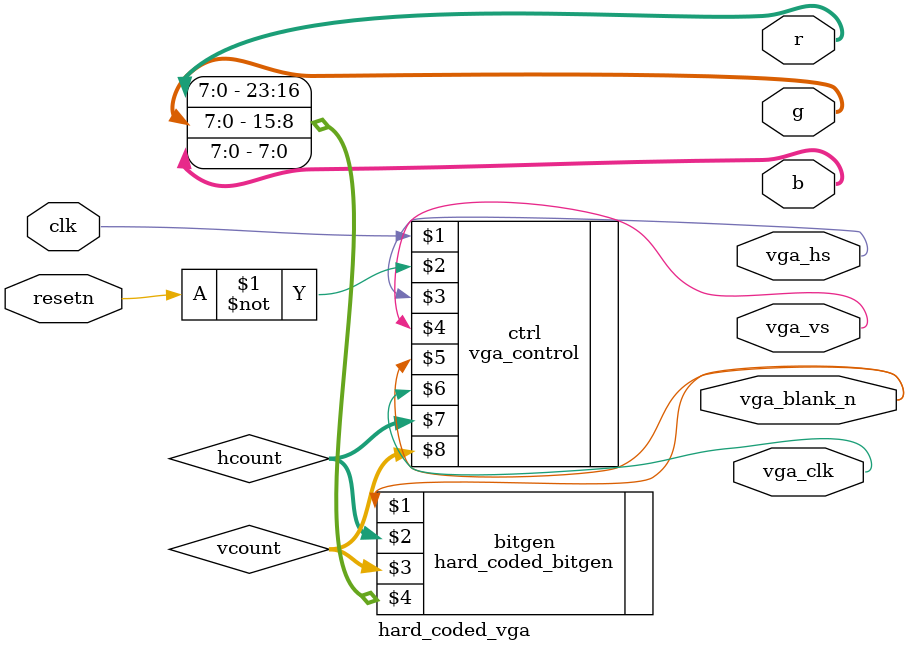
<source format=v>
module hard_coded_vga
(
	input clk, resetn,
	output vga_clk, vga_blank_n, vga_vs, vga_hs,
	output [7:0] r, g, b
);

wire [9:0] hcount, vcount;

vga_control #(10,10) ctrl (
	clk, ~resetn,				// inputs  (1-bit)			
	vga_hs, vga_vs,			// outputs (1-bit)
	vga_blank_n, vga_clk,	// outputs (1-bit)
	hcount,						// outputs (LOG2_DISPLAY_WIDTH-bit) 
	vcount						// outputs (LOG2_DISPLAY_HEIGHT-bit)
);

hard_coded_bitgen bitgen (
	vga_blank_n, 
	hcount, vcount, 
	{r,g,b}
);

endmodule

</source>
